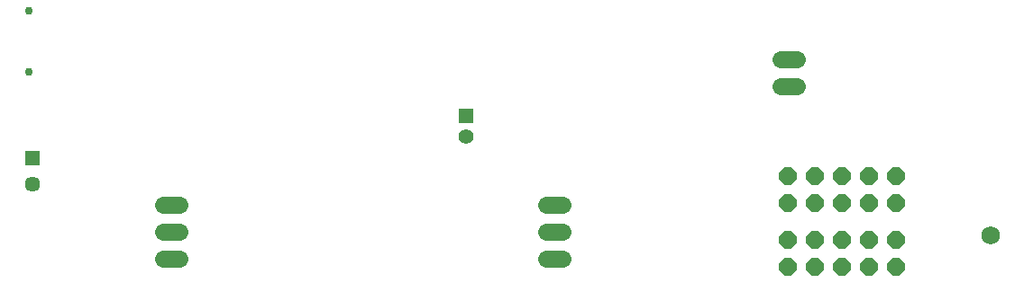
<source format=gbr>
G04 EAGLE Gerber RS-274X export*
G75*
%MOMM*%
%FSLAX34Y34*%
%LPD*%
%INSoldermask Bottom*%
%IPPOS*%
%AMOC8*
5,1,8,0,0,1.08239X$1,22.5*%
G01*
G04 Define Apertures*
%ADD10C,0.751600*%
%ADD11P,1.75953X8X22.5*%
%ADD12C,1.401600*%
%ADD13R,1.401600X1.401600*%
%ADD14C,1.726600*%
%ADD15C,1.625600*%
%ADD16R,1.451600X1.451600*%
%ADD17C,1.451600*%
D10*
X66030Y258900D03*
X66030Y201100D03*
D11*
X779200Y77300D03*
X779200Y102700D03*
X804600Y77300D03*
X804600Y102700D03*
X830000Y77300D03*
X830000Y102700D03*
X855400Y77300D03*
X855400Y102700D03*
X880800Y77300D03*
X880800Y102700D03*
D12*
X477500Y140000D03*
D13*
X477500Y160000D03*
D14*
X970000Y47100D03*
D15*
X207620Y75400D02*
X192380Y75400D01*
X192380Y50000D02*
X207620Y50000D01*
X207620Y24600D02*
X192380Y24600D01*
X552380Y75400D02*
X567620Y75400D01*
X567620Y50000D02*
X552380Y50000D01*
X552380Y24600D02*
X567620Y24600D01*
D11*
X779200Y17300D03*
X779200Y42700D03*
X804600Y17300D03*
X804600Y42700D03*
X830000Y17300D03*
X830000Y42700D03*
X855400Y17300D03*
X855400Y42700D03*
X880800Y17300D03*
X880800Y42700D03*
D15*
X787620Y187300D02*
X772380Y187300D01*
X772380Y212700D02*
X787620Y212700D01*
D16*
X70000Y120000D03*
D17*
X70000Y95000D03*
M02*

</source>
